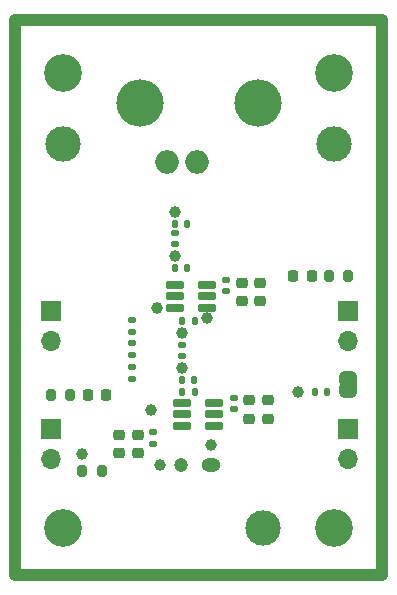
<source format=gts>
%TF.GenerationSoftware,KiCad,Pcbnew,9.0.1-9.0.1-0~ubuntu24.04.1*%
%TF.CreationDate,2025-05-07T20:50:55+02:00*%
%TF.ProjectId,OOS - optyczny odbiornik sygnalow,4f4f5320-2d20-46f7-9074-79637a6e7920,0.0.3*%
%TF.SameCoordinates,Original*%
%TF.FileFunction,Soldermask,Top*%
%TF.FilePolarity,Negative*%
%FSLAX46Y46*%
G04 Gerber Fmt 4.6, Leading zero omitted, Abs format (unit mm)*
G04 Created by KiCad (PCBNEW 9.0.1-9.0.1-0~ubuntu24.04.1) date 2025-05-07 20:50:55*
%MOMM*%
%LPD*%
G01*
G04 APERTURE LIST*
G04 Aperture macros list*
%AMRoundRect*
0 Rectangle with rounded corners*
0 $1 Rounding radius*
0 $2 $3 $4 $5 $6 $7 $8 $9 X,Y pos of 4 corners*
0 Add a 4 corners polygon primitive as box body*
4,1,4,$2,$3,$4,$5,$6,$7,$8,$9,$2,$3,0*
0 Add four circle primitives for the rounded corners*
1,1,$1+$1,$2,$3*
1,1,$1+$1,$4,$5*
1,1,$1+$1,$6,$7*
1,1,$1+$1,$8,$9*
0 Add four rect primitives between the rounded corners*
20,1,$1+$1,$2,$3,$4,$5,0*
20,1,$1+$1,$4,$5,$6,$7,0*
20,1,$1+$1,$6,$7,$8,$9,0*
20,1,$1+$1,$8,$9,$2,$3,0*%
%AMFreePoly0*
4,1,23,0.500000,-0.750000,0.000000,-0.750000,0.000000,-0.745722,-0.065263,-0.745722,-0.191342,-0.711940,-0.304381,-0.646677,-0.396677,-0.554381,-0.461940,-0.441342,-0.495722,-0.315263,-0.495722,-0.250000,-0.500000,-0.250000,-0.500000,0.250000,-0.495722,0.250000,-0.495722,0.315263,-0.461940,0.441342,-0.396677,0.554381,-0.304381,0.646677,-0.191342,0.711940,-0.065263,0.745722,0.000000,0.745722,
0.000000,0.750000,0.500000,0.750000,0.500000,-0.750000,0.500000,-0.750000,$1*%
%AMFreePoly1*
4,1,23,0.000000,0.745722,0.065263,0.745722,0.191342,0.711940,0.304381,0.646677,0.396677,0.554381,0.461940,0.441342,0.495722,0.315263,0.495722,0.250000,0.500000,0.250000,0.500000,-0.250000,0.495722,-0.250000,0.495722,-0.315263,0.461940,-0.441342,0.396677,-0.554381,0.304381,-0.646677,0.191342,-0.711940,0.065263,-0.745722,0.000000,-0.745722,0.000000,-0.750000,-0.500000,-0.750000,
-0.500000,0.750000,0.000000,0.750000,0.000000,0.745722,0.000000,0.745722,$1*%
G04 Aperture macros list end*
%ADD10C,1.000000*%
%ADD11C,1.000000*%
%ADD12O,1.700000X1.700000*%
%ADD13R,1.700000X1.700000*%
%ADD14RoundRect,0.135000X0.135000X0.185000X-0.135000X0.185000X-0.135000X-0.185000X0.135000X-0.185000X0*%
%ADD15RoundRect,0.162500X-0.617500X-0.162500X0.617500X-0.162500X0.617500X0.162500X-0.617500X0.162500X0*%
%ADD16RoundRect,0.225000X-0.250000X0.225000X-0.250000X-0.225000X0.250000X-0.225000X0.250000X0.225000X0*%
%ADD17RoundRect,0.135000X0.185000X-0.135000X0.185000X0.135000X-0.185000X0.135000X-0.185000X-0.135000X0*%
%ADD18O,1.600000X1.200000*%
%ADD19C,1.200000*%
%ADD20FreePoly0,90.000000*%
%ADD21FreePoly1,90.000000*%
%ADD22O,2.000000X2.000000*%
%ADD23O,4.000000X4.000000*%
%ADD24RoundRect,0.135000X-0.135000X-0.185000X0.135000X-0.185000X0.135000X0.185000X-0.135000X0.185000X0*%
%ADD25C,3.200000*%
%ADD26RoundRect,0.140000X0.170000X-0.140000X0.170000X0.140000X-0.170000X0.140000X-0.170000X-0.140000X0*%
%ADD27RoundRect,0.218750X0.218750X0.256250X-0.218750X0.256250X-0.218750X-0.256250X0.218750X-0.256250X0*%
%ADD28C,3.000000*%
%ADD29RoundRect,0.225000X0.250000X-0.225000X0.250000X0.225000X-0.250000X0.225000X-0.250000X-0.225000X0*%
%ADD30RoundRect,0.218750X-0.218750X-0.256250X0.218750X-0.256250X0.218750X0.256250X-0.218750X0.256250X0*%
%ADD31RoundRect,0.140000X-0.170000X0.140000X-0.170000X-0.140000X0.170000X-0.140000X0.170000X0.140000X0*%
%ADD32RoundRect,0.140000X0.140000X0.170000X-0.140000X0.170000X-0.140000X-0.170000X0.140000X-0.170000X0*%
%ADD33RoundRect,0.200000X-0.200000X-0.275000X0.200000X-0.275000X0.200000X0.275000X-0.200000X0.275000X0*%
%ADD34RoundRect,0.200000X0.200000X0.275000X-0.200000X0.275000X-0.200000X-0.275000X0.200000X-0.275000X0*%
G04 APERTURE END LIST*
D10*
X203920000Y-119380000D02*
X172920000Y-119380000D01*
X172920000Y-72380000D01*
X203920000Y-72380000D01*
X203920000Y-119380000D01*
%TO.C,JP1*%
G36*
X200370000Y-103430000D02*
G01*
X201870000Y-103430000D01*
X201870000Y-103130000D01*
X200370000Y-103130000D01*
X200370000Y-103430000D01*
G37*
%TD*%
D11*
%TO.C,TP5*%
X196840000Y-103930000D03*
%TD*%
D12*
%TO.C,J2*%
X201120000Y-99545000D03*
D13*
X201120000Y-97005000D03*
%TD*%
D14*
%TO.C,R10*%
X187440000Y-93390000D03*
X186420000Y-93390000D03*
%TD*%
D15*
%TO.C,U1*%
X187070000Y-104830000D03*
X187070000Y-105780000D03*
X187070000Y-106730000D03*
X189770000Y-106730000D03*
X189770000Y-105780000D03*
X189770000Y-104830000D03*
%TD*%
D16*
%TO.C,C4*%
X192070000Y-94640000D03*
X192070000Y-96190000D03*
%TD*%
D11*
%TO.C,TP9*%
X189120000Y-97640000D03*
%TD*%
D17*
%TO.C,R7*%
X182820000Y-98790000D03*
X182820000Y-97770000D03*
%TD*%
D13*
%TO.C,J1*%
X175920000Y-107040000D03*
D12*
X175920000Y-109580000D03*
%TD*%
D11*
%TO.C,TP6*%
X189505276Y-108380000D03*
%TD*%
D13*
%TO.C,J3*%
X175920000Y-97005000D03*
D12*
X175920000Y-99545000D03*
%TD*%
D11*
%TO.C,TP3*%
X184420000Y-105380000D03*
%TD*%
D18*
%TO.C,D3*%
X189505276Y-110064724D03*
D19*
X186965276Y-110064724D03*
%TD*%
D20*
%TO.C,JP1*%
X201120000Y-103930000D03*
D21*
X201120000Y-102630000D03*
%TD*%
D11*
%TO.C,TP2*%
X185170000Y-110064724D03*
%TD*%
D22*
%TO.C,J5*%
X188300000Y-84460000D03*
D23*
X183500000Y-79460000D03*
D22*
X185800000Y-84460000D03*
D23*
X193500000Y-79460000D03*
%TD*%
D14*
%TO.C,R11*%
X187440000Y-89630000D03*
X186420000Y-89630000D03*
%TD*%
D24*
%TO.C,R9*%
X187070000Y-97890000D03*
X188090000Y-97890000D03*
%TD*%
D25*
%TO.C,H2*%
X199920000Y-76910000D03*
%TD*%
D26*
%TO.C,C9*%
X184570000Y-108260000D03*
X184570000Y-107300000D03*
%TD*%
D27*
%TO.C,D1*%
X180632500Y-104180000D03*
X179057500Y-104180000D03*
%TD*%
D11*
%TO.C,TP10*%
X186420000Y-92390000D03*
%TD*%
D16*
%TO.C,C1*%
X194320000Y-106155000D03*
X194320000Y-104605000D03*
%TD*%
D11*
%TO.C,TP4*%
X184920000Y-96740000D03*
%TD*%
D28*
%TO.C,FID3*%
X176920000Y-82910000D03*
%TD*%
D29*
%TO.C,C8*%
X183270000Y-109090000D03*
X183270000Y-107540000D03*
%TD*%
D28*
%TO.C,FID2*%
X199920000Y-82910000D03*
%TD*%
D16*
%TO.C,C2*%
X193670000Y-94640000D03*
X193670000Y-96190000D03*
%TD*%
D25*
%TO.C,H4*%
X176920000Y-115380000D03*
%TD*%
D30*
%TO.C,D2*%
X196445000Y-94080000D03*
X198020000Y-94080000D03*
%TD*%
D11*
%TO.C,TP7*%
X187070000Y-101880000D03*
%TD*%
D26*
%TO.C,C11*%
X187070000Y-100880000D03*
X187070000Y-99920000D03*
%TD*%
D31*
%TO.C,C5*%
X191420000Y-104400000D03*
X191420000Y-105360000D03*
%TD*%
D17*
%TO.C,R6*%
X182820000Y-100790000D03*
X182820000Y-99770000D03*
%TD*%
D13*
%TO.C,J4*%
X201120000Y-107040000D03*
D12*
X201120000Y-109580000D03*
%TD*%
D32*
%TO.C,C10*%
X188030000Y-102880000D03*
X187070000Y-102880000D03*
%TD*%
D17*
%TO.C,R5*%
X182820000Y-102790000D03*
X182820000Y-101770000D03*
%TD*%
D31*
%TO.C,C6*%
X190770000Y-94390000D03*
X190770000Y-95350000D03*
%TD*%
D14*
%TO.C,R8*%
X188090000Y-103880000D03*
X187070000Y-103880000D03*
%TD*%
D33*
%TO.C,R1*%
X175920000Y-104180000D03*
X177570000Y-104180000D03*
%TD*%
D11*
%TO.C,TP8*%
X187070000Y-98880000D03*
%TD*%
D26*
%TO.C,C12*%
X186420000Y-91370000D03*
X186420000Y-90410000D03*
%TD*%
D16*
%TO.C,C3*%
X192720000Y-104605000D03*
X192720000Y-106155000D03*
%TD*%
D33*
%TO.C,R3*%
X178595000Y-110615000D03*
X180245000Y-110615000D03*
%TD*%
D11*
%TO.C,TP1*%
X178595000Y-109180000D03*
%TD*%
D15*
%TO.C,U2*%
X186420000Y-94840000D03*
X186420000Y-95790000D03*
X186420000Y-96740000D03*
X189120000Y-96740000D03*
X189120000Y-95790000D03*
X189120000Y-94840000D03*
%TD*%
D11*
%TO.C,TP11*%
X186420000Y-88630000D03*
%TD*%
D28*
%TO.C,FID1*%
X193920000Y-115380000D03*
%TD*%
D25*
%TO.C,H3*%
X199920000Y-115380000D03*
%TD*%
D34*
%TO.C,R2*%
X201120000Y-94080000D03*
X199470000Y-94080000D03*
%TD*%
D16*
%TO.C,C7*%
X181670000Y-107540000D03*
X181670000Y-109090000D03*
%TD*%
D25*
%TO.C,H1*%
X176920000Y-76910000D03*
%TD*%
D14*
%TO.C,R4*%
X199340000Y-103930000D03*
X198320000Y-103930000D03*
%TD*%
M02*

</source>
